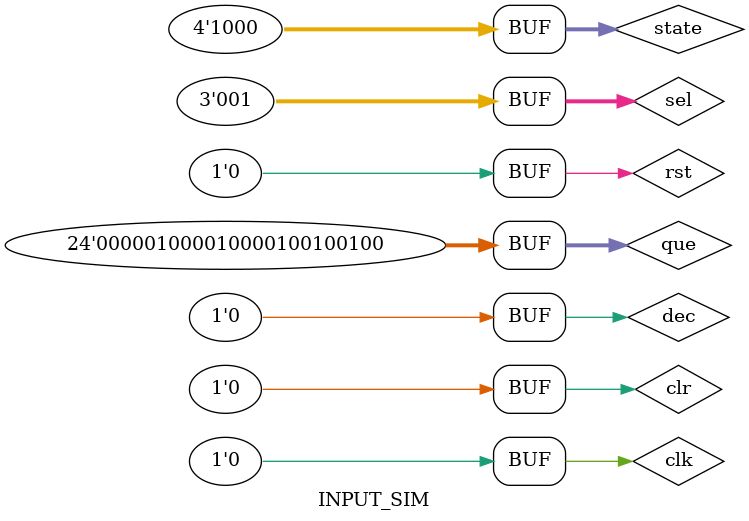
<source format=v>
`timescale 1ns / 100ps

module INPUT_SIM();

reg clk, rst, dec, clr;
reg [3:0] state;
reg [2:0] sel;
reg [23:0] que;

wire [3:0] seg1, seg2, seg3, seg4, seg5, seg6, seg1_q, seg2_q, seg3_q, count1, count2, count3;
wire led, ok;

INPUT i0(
//----------------input-----------
    .CLK(clk),
    .RST(rst),
    .STATE(state),
    .SEL(sel),
    .DEC(dec),
    .CLR(clr),
    .QUESTION(que),
 //----------------output----------   
    .SEG1(seg1),
    .SEG2(seg2),
    .SEG3(seg3),
    .SEG4(seg4),
    .SEG5(seg5),
    .SEG6(seg6),

    .SEG1_Q(seg1_q),
    .SEG2_Q(seg2_q),
    .SEG3_Q(seg3_q),
    
    .COUNT1_OUT(count1),
    .COUNT2_OUT(count2),
    .COUNT3_OUT(count3),
    .LED(led),
    .QUE_OK(ok)

);

always begin
        clk = 1;
  #0.8  clk = 0;
  #0.8;
end


initial begin
   rst = 0;
   sel = 3'b0;
   dec = 0;
   clr = 0;
   que = 24'b0;
   state = 4'b0010;//READY

#50 que = 24'b000001000010000100100100;//Receive Question
#20 state = 4'b0011;//QUESTION
#50 state = 4'b0100;//INPUT
    sel = 3'b001;
#50 state = 4'b0011;//QUESTION
#50 state = 4'b1000;//GOOD
    

   
end

endmodule
</source>
